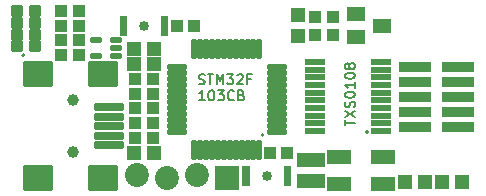
<source format=gbr>
%TF.GenerationSoftware,KiCad,Pcbnew,(6.0.7)*%
%TF.CreationDate,2022-08-30T17:51:16+02:00*%
%TF.ProjectId,blackmagic_richardeoin,626c6163-6b6d-4616-9769-635f72696368,rev?*%
%TF.SameCoordinates,Original*%
%TF.FileFunction,Soldermask,Top*%
%TF.FilePolarity,Negative*%
%FSLAX46Y46*%
G04 Gerber Fmt 4.6, Leading zero omitted, Abs format (unit mm)*
G04 Created by KiCad (PCBNEW (6.0.7)) date 2022-08-30 17:51:16*
%MOMM*%
%LPD*%
G01*
G04 APERTURE LIST*
G04 Aperture macros list*
%AMRoundRect*
0 Rectangle with rounded corners*
0 $1 Rounding radius*
0 $2 $3 $4 $5 $6 $7 $8 $9 X,Y pos of 4 corners*
0 Add a 4 corners polygon primitive as box body*
4,1,4,$2,$3,$4,$5,$6,$7,$8,$9,$2,$3,0*
0 Add four circle primitives for the rounded corners*
1,1,$1+$1,$2,$3*
1,1,$1+$1,$4,$5*
1,1,$1+$1,$6,$7*
1,1,$1+$1,$8,$9*
0 Add four rect primitives between the rounded corners*
20,1,$1+$1,$2,$3,$4,$5,0*
20,1,$1+$1,$4,$5,$6,$7,0*
20,1,$1+$1,$6,$7,$8,$9,0*
20,1,$1+$1,$8,$9,$2,$3,0*%
G04 Aperture macros list end*
%ADD10C,0.200000*%
%ADD11C,0.150000*%
%ADD12C,0.850000*%
%ADD13C,1.000000*%
%ADD14RoundRect,0.075000X1.154000X-0.250000X1.154000X0.250000X-1.154000X0.250000X-1.154000X-0.250000X0*%
%ADD15RoundRect,0.075000X-1.200000X1.000000X-1.200000X-1.000000X1.200000X-1.000000X1.200000X1.000000X0*%
%ADD16RoundRect,0.075000X0.800000X-0.175000X0.800000X0.175000X-0.800000X0.175000X-0.800000X-0.175000X0*%
%ADD17RoundRect,0.075000X-0.800000X0.175000X-0.800000X-0.175000X0.800000X-0.175000X0.800000X0.175000X0*%
%ADD18RoundRect,0.075000X0.400000X-0.400000X0.400000X0.400000X-0.400000X0.400000X-0.400000X-0.400000X0*%
%ADD19RoundRect,0.075000X0.450000X0.450000X-0.450000X0.450000X-0.450000X-0.450000X0.450000X-0.450000X0*%
%ADD20RoundRect,0.075000X-0.450000X-0.450000X0.450000X-0.450000X0.450000X0.450000X-0.450000X0.450000X0*%
%ADD21RoundRect,0.075000X-0.450000X0.450000X-0.450000X-0.450000X0.450000X-0.450000X0.450000X0.450000X0*%
%ADD22RoundRect,0.075000X1.300000X-0.325000X1.300000X0.325000X-1.300000X0.325000X-1.300000X-0.325000X0*%
%ADD23RoundRect,0.075000X-0.540000X0.525000X-0.540000X-0.525000X0.540000X-0.525000X0.540000X0.525000X0*%
%ADD24RoundRect,0.075000X0.950000X0.550000X-0.950000X0.550000X-0.950000X-0.550000X0.950000X-0.550000X0*%
%ADD25RoundRect,0.075000X0.525000X0.540000X-0.525000X0.540000X-0.525000X-0.540000X0.525000X-0.540000X0*%
%ADD26RoundRect,0.075000X-0.939800X0.939800X-0.939800X-0.939800X0.939800X-0.939800X0.939800X0.939800X0*%
%ADD27C,2.029600*%
%ADD28RoundRect,0.075000X-0.700000X0.500000X-0.700000X-0.500000X0.700000X-0.500000X0.700000X0.500000X0*%
%ADD29RoundRect,0.075000X0.400000X-0.175000X0.400000X0.175000X-0.400000X0.175000X-0.400000X-0.175000X0*%
%ADD30RoundRect,0.075000X0.450000X-0.450000X0.450000X0.450000X-0.450000X0.450000X-0.450000X-0.450000X0*%
%ADD31RoundRect,0.075000X-0.525000X-0.540000X0.525000X-0.540000X0.525000X0.540000X-0.525000X0.540000X0*%
%ADD32RoundRect,0.075000X0.750000X-0.150000X0.750000X0.150000X-0.750000X0.150000X-0.750000X-0.150000X0*%
%ADD33RoundRect,0.075000X0.150000X-0.750000X0.150000X0.750000X-0.150000X0.750000X-0.150000X-0.750000X0*%
G04 APERTURE END LIST*
D10*
X178976100Y-100003600D02*
G75*
G03*
X178976100Y-100003600I-100000J0D01*
G01*
X149851100Y-93503600D02*
G75*
G03*
X149851100Y-93503600I-100000J0D01*
G01*
X170101100Y-100253600D02*
G75*
G03*
X170101100Y-100253600I-100000J0D01*
G01*
D11*
X176985623Y-99450147D02*
X176985623Y-98964433D01*
X177835623Y-99207290D02*
X176985623Y-99207290D01*
X176985623Y-98762052D02*
X177835623Y-98195385D01*
X176985623Y-98195385D02*
X177835623Y-98762052D01*
X177795147Y-97912052D02*
X177835623Y-97790623D01*
X177835623Y-97588242D01*
X177795147Y-97507290D01*
X177754671Y-97466814D01*
X177673719Y-97426338D01*
X177592766Y-97426338D01*
X177511814Y-97466814D01*
X177471338Y-97507290D01*
X177430861Y-97588242D01*
X177390385Y-97750147D01*
X177349909Y-97831100D01*
X177309433Y-97871576D01*
X177228480Y-97912052D01*
X177147528Y-97912052D01*
X177066576Y-97871576D01*
X177026100Y-97831100D01*
X176985623Y-97750147D01*
X176985623Y-97547766D01*
X177026100Y-97426338D01*
X176985623Y-96900147D02*
X176985623Y-96819195D01*
X177026100Y-96738242D01*
X177066576Y-96697766D01*
X177147528Y-96657290D01*
X177309433Y-96616814D01*
X177511814Y-96616814D01*
X177673719Y-96657290D01*
X177754671Y-96697766D01*
X177795147Y-96738242D01*
X177835623Y-96819195D01*
X177835623Y-96900147D01*
X177795147Y-96981100D01*
X177754671Y-97021576D01*
X177673719Y-97062052D01*
X177511814Y-97102528D01*
X177309433Y-97102528D01*
X177147528Y-97062052D01*
X177066576Y-97021576D01*
X177026100Y-96981100D01*
X176985623Y-96900147D01*
X177835623Y-95807290D02*
X177835623Y-96293004D01*
X177835623Y-96050147D02*
X176985623Y-96050147D01*
X177107052Y-96131100D01*
X177188004Y-96212052D01*
X177228480Y-96293004D01*
X176985623Y-95281100D02*
X176985623Y-95200147D01*
X177026100Y-95119195D01*
X177066576Y-95078719D01*
X177147528Y-95038242D01*
X177309433Y-94997766D01*
X177511814Y-94997766D01*
X177673719Y-95038242D01*
X177754671Y-95078719D01*
X177795147Y-95119195D01*
X177835623Y-95200147D01*
X177835623Y-95281100D01*
X177795147Y-95362052D01*
X177754671Y-95402528D01*
X177673719Y-95443004D01*
X177511814Y-95483480D01*
X177309433Y-95483480D01*
X177147528Y-95443004D01*
X177066576Y-95402528D01*
X177026100Y-95362052D01*
X176985623Y-95281100D01*
X177349909Y-94512052D02*
X177309433Y-94593004D01*
X177268957Y-94633480D01*
X177188004Y-94673957D01*
X177147528Y-94673957D01*
X177066576Y-94633480D01*
X177026100Y-94593004D01*
X176985623Y-94512052D01*
X176985623Y-94350147D01*
X177026100Y-94269195D01*
X177066576Y-94228719D01*
X177147528Y-94188242D01*
X177188004Y-94188242D01*
X177268957Y-94228719D01*
X177309433Y-94269195D01*
X177349909Y-94350147D01*
X177349909Y-94512052D01*
X177390385Y-94593004D01*
X177430861Y-94633480D01*
X177511814Y-94673957D01*
X177673719Y-94673957D01*
X177754671Y-94633480D01*
X177795147Y-94593004D01*
X177835623Y-94512052D01*
X177835623Y-94350147D01*
X177795147Y-94269195D01*
X177754671Y-94228719D01*
X177673719Y-94188242D01*
X177511814Y-94188242D01*
X177430861Y-94228719D01*
X177390385Y-94269195D01*
X177349909Y-94350147D01*
X164635504Y-95929147D02*
X164756933Y-95969623D01*
X164959314Y-95969623D01*
X165040266Y-95929147D01*
X165080742Y-95888671D01*
X165121219Y-95807719D01*
X165121219Y-95726766D01*
X165080742Y-95645814D01*
X165040266Y-95605338D01*
X164959314Y-95564861D01*
X164797409Y-95524385D01*
X164716457Y-95483909D01*
X164675980Y-95443433D01*
X164635504Y-95362480D01*
X164635504Y-95281528D01*
X164675980Y-95200576D01*
X164716457Y-95160100D01*
X164797409Y-95119623D01*
X164999790Y-95119623D01*
X165121219Y-95160100D01*
X165364076Y-95119623D02*
X165849790Y-95119623D01*
X165606933Y-95969623D02*
X165606933Y-95119623D01*
X166133123Y-95969623D02*
X166133123Y-95119623D01*
X166416457Y-95726766D01*
X166699790Y-95119623D01*
X166699790Y-95969623D01*
X167023600Y-95119623D02*
X167549790Y-95119623D01*
X167266457Y-95443433D01*
X167387885Y-95443433D01*
X167468838Y-95483909D01*
X167509314Y-95524385D01*
X167549790Y-95605338D01*
X167549790Y-95807719D01*
X167509314Y-95888671D01*
X167468838Y-95929147D01*
X167387885Y-95969623D01*
X167145028Y-95969623D01*
X167064076Y-95929147D01*
X167023600Y-95888671D01*
X167873600Y-95200576D02*
X167914076Y-95160100D01*
X167995028Y-95119623D01*
X168197409Y-95119623D01*
X168278361Y-95160100D01*
X168318838Y-95200576D01*
X168359314Y-95281528D01*
X168359314Y-95362480D01*
X168318838Y-95483909D01*
X167833123Y-95969623D01*
X168359314Y-95969623D01*
X169006933Y-95524385D02*
X168723600Y-95524385D01*
X168723600Y-95969623D02*
X168723600Y-95119623D01*
X169128361Y-95119623D01*
X165121219Y-97338123D02*
X164635504Y-97338123D01*
X164878361Y-97338123D02*
X164878361Y-96488123D01*
X164797409Y-96609552D01*
X164716457Y-96690504D01*
X164635504Y-96730980D01*
X165647409Y-96488123D02*
X165728361Y-96488123D01*
X165809314Y-96528600D01*
X165849790Y-96569076D01*
X165890266Y-96650028D01*
X165930742Y-96811933D01*
X165930742Y-97014314D01*
X165890266Y-97176219D01*
X165849790Y-97257171D01*
X165809314Y-97297647D01*
X165728361Y-97338123D01*
X165647409Y-97338123D01*
X165566457Y-97297647D01*
X165525980Y-97257171D01*
X165485504Y-97176219D01*
X165445028Y-97014314D01*
X165445028Y-96811933D01*
X165485504Y-96650028D01*
X165525980Y-96569076D01*
X165566457Y-96528600D01*
X165647409Y-96488123D01*
X166214076Y-96488123D02*
X166740266Y-96488123D01*
X166456933Y-96811933D01*
X166578361Y-96811933D01*
X166659314Y-96852409D01*
X166699790Y-96892885D01*
X166740266Y-96973838D01*
X166740266Y-97176219D01*
X166699790Y-97257171D01*
X166659314Y-97297647D01*
X166578361Y-97338123D01*
X166335504Y-97338123D01*
X166254552Y-97297647D01*
X166214076Y-97257171D01*
X167590266Y-97257171D02*
X167549790Y-97297647D01*
X167428361Y-97338123D01*
X167347409Y-97338123D01*
X167225980Y-97297647D01*
X167145028Y-97216695D01*
X167104552Y-97135742D01*
X167064076Y-96973838D01*
X167064076Y-96852409D01*
X167104552Y-96690504D01*
X167145028Y-96609552D01*
X167225980Y-96528600D01*
X167347409Y-96488123D01*
X167428361Y-96488123D01*
X167549790Y-96528600D01*
X167590266Y-96569076D01*
X168237885Y-96892885D02*
X168359314Y-96933361D01*
X168399790Y-96973838D01*
X168440266Y-97054790D01*
X168440266Y-97176219D01*
X168399790Y-97257171D01*
X168359314Y-97297647D01*
X168278361Y-97338123D01*
X167954552Y-97338123D01*
X167954552Y-96488123D01*
X168237885Y-96488123D01*
X168318838Y-96528600D01*
X168359314Y-96569076D01*
X168399790Y-96650028D01*
X168399790Y-96730980D01*
X168359314Y-96811933D01*
X168318838Y-96852409D01*
X168237885Y-96892885D01*
X167954552Y-96892885D01*
%TO.C,BTN2*%
G36*
X168926100Y-104603600D02*
G01*
X168326100Y-104603600D01*
X168326100Y-102903600D01*
X168926100Y-102903600D01*
X168926100Y-104603600D01*
G37*
G36*
X172426100Y-104603600D02*
G01*
X171826100Y-104603600D01*
X171826100Y-102903600D01*
X172426100Y-102903600D01*
X172426100Y-104603600D01*
G37*
%TO.C,BTN1*%
G36*
X158551100Y-91853600D02*
G01*
X157951100Y-91853600D01*
X157951100Y-90153600D01*
X158551100Y-90153600D01*
X158551100Y-91853600D01*
G37*
G36*
X162051100Y-91853600D02*
G01*
X161451100Y-91853600D01*
X161451100Y-90153600D01*
X162051100Y-90153600D01*
X162051100Y-91853600D01*
G37*
%TD*%
D12*
%TO.C,BTN2*%
X170376100Y-103753600D03*
%TD*%
D13*
%TO.C,CN1*%
X154001100Y-101703600D03*
X154001100Y-97303600D03*
D14*
X157065100Y-99503600D03*
X157065100Y-98703600D03*
X157065100Y-101103600D03*
D15*
X151001100Y-95103600D03*
X156501100Y-95103600D03*
X156501100Y-103903600D03*
X151001100Y-103903600D03*
D14*
X157065100Y-100303600D03*
X157065100Y-97903600D03*
%TD*%
D16*
%TO.C,IC2*%
X180051100Y-99928600D03*
X180051100Y-99278600D03*
X180051100Y-98628600D03*
X180051100Y-97978600D03*
X180051100Y-97328600D03*
X180051100Y-96678600D03*
X180051100Y-96028600D03*
X180051100Y-95378600D03*
X180051100Y-94728600D03*
X180051100Y-94078600D03*
D17*
X174451100Y-94078600D03*
X174451100Y-94728600D03*
X174451100Y-95378600D03*
X174451100Y-96028600D03*
X174451100Y-96678600D03*
X174451100Y-97328600D03*
X174451100Y-97978600D03*
X174451100Y-98628600D03*
X174451100Y-99278600D03*
X174451100Y-99928600D03*
%TD*%
D18*
%TO.C,D2*%
X150751100Y-91753600D03*
X149251100Y-91753600D03*
%TD*%
D19*
%TO.C,R10*%
X154501100Y-92253600D03*
X153001100Y-92253600D03*
%TD*%
%TO.C,R7*%
X160751100Y-96753600D03*
X159251100Y-96753600D03*
%TD*%
D20*
%TO.C,R5*%
X162751100Y-91003600D03*
X164251100Y-91003600D03*
%TD*%
D21*
%TO.C,R8*%
X176001100Y-90253600D03*
X176001100Y-91753600D03*
%TD*%
D19*
%TO.C,R1*%
X160751100Y-100503600D03*
X159251100Y-100503600D03*
%TD*%
D22*
%TO.C,JTAG1*%
X186601100Y-99543600D03*
X182901100Y-99543600D03*
X186601100Y-98273600D03*
X182901100Y-98273600D03*
X186601100Y-97003600D03*
X182901100Y-97003600D03*
X186601100Y-95733600D03*
X182901100Y-95733600D03*
X186601100Y-94463600D03*
X182901100Y-94463600D03*
%TD*%
D19*
%TO.C,R2*%
X160751100Y-99253600D03*
X159251100Y-99253600D03*
%TD*%
%TO.C,R12*%
X154501100Y-89753600D03*
X153001100Y-89753600D03*
%TD*%
D23*
%TO.C,C7*%
X174751100Y-102378600D03*
X174751100Y-104128600D03*
%TD*%
D18*
%TO.C,D3*%
X150751100Y-90753600D03*
X149251100Y-90753600D03*
%TD*%
D24*
%TO.C,Y1*%
X180226100Y-102103600D03*
X176526100Y-102103600D03*
X176526100Y-104403600D03*
X180226100Y-104403600D03*
%TD*%
D25*
%TO.C,C2*%
X160876100Y-93003600D03*
X159126100Y-93003600D03*
%TD*%
D12*
%TO.C,BTN1*%
X160001100Y-91003600D03*
%TD*%
D19*
%TO.C,R11*%
X154501100Y-91003600D03*
X153001100Y-91003600D03*
%TD*%
D26*
%TO.C,JP1*%
X167001100Y-103880600D03*
D27*
X164461100Y-103626600D03*
X161921100Y-103880600D03*
X159381100Y-103626600D03*
%TD*%
D28*
%TO.C,Q1*%
X177901100Y-90053600D03*
X177901100Y-91953600D03*
X180101100Y-91003600D03*
%TD*%
D29*
%TO.C,IC3*%
X157601100Y-93528600D03*
X157601100Y-92878600D03*
X157601100Y-92228600D03*
X155901100Y-92228600D03*
X155901100Y-93528600D03*
%TD*%
D30*
%TO.C,R6*%
X174501100Y-91753600D03*
X174501100Y-90253600D03*
%TD*%
D25*
%TO.C,C5*%
X160876100Y-101753600D03*
X159126100Y-101753600D03*
%TD*%
D31*
%TO.C,C1*%
X159126100Y-94253600D03*
X160876100Y-94253600D03*
%TD*%
D25*
%TO.C,C4*%
X185200000Y-104200000D03*
X186950000Y-104200000D03*
%TD*%
D19*
%TO.C,R13*%
X172126100Y-101753600D03*
X170626100Y-101753600D03*
%TD*%
D18*
%TO.C,D1*%
X150751100Y-92753600D03*
X149251100Y-92753600D03*
%TD*%
D23*
%TO.C,C3*%
X173501100Y-102378600D03*
X173501100Y-104128600D03*
%TD*%
D20*
%TO.C,R4*%
X159251100Y-95503600D03*
X160751100Y-95503600D03*
%TD*%
D19*
%TO.C,R3*%
X160751100Y-98003600D03*
X159251100Y-98003600D03*
%TD*%
D32*
%TO.C,IC1*%
X171251100Y-100003600D03*
X171251100Y-99503600D03*
X171251100Y-99003600D03*
X171251100Y-98503600D03*
X171251100Y-98003600D03*
X171251100Y-97503600D03*
X171251100Y-97003600D03*
X171251100Y-96503600D03*
X171251100Y-96003600D03*
X171251100Y-95503600D03*
X171251100Y-95003600D03*
X171251100Y-94503600D03*
D33*
X169751100Y-93003600D03*
X169251100Y-93003600D03*
X168751100Y-93003600D03*
X168251100Y-93003600D03*
X167751100Y-93003600D03*
X167251100Y-93003600D03*
X166751100Y-93003600D03*
X166251100Y-93003600D03*
X165751100Y-93003600D03*
X165251100Y-93003600D03*
X164751100Y-93003600D03*
X164251100Y-93003600D03*
D32*
X162751100Y-94503600D03*
X162751100Y-95003600D03*
X162751100Y-95503600D03*
X162751100Y-96003600D03*
X162751100Y-96503600D03*
X162751100Y-97003600D03*
X162751100Y-97503600D03*
X162751100Y-98003600D03*
X162751100Y-98503600D03*
X162751100Y-99003600D03*
X162751100Y-99503600D03*
X162751100Y-100003600D03*
D33*
X164251100Y-101503600D03*
X164751100Y-101503600D03*
X165251100Y-101503600D03*
X165751100Y-101503600D03*
X166251100Y-101503600D03*
X166751100Y-101503600D03*
X167251100Y-101503600D03*
X167751100Y-101503600D03*
X168251100Y-101503600D03*
X168751100Y-101503600D03*
X169251100Y-101503600D03*
X169751100Y-101503600D03*
%TD*%
D25*
%TO.C,C8*%
X182050000Y-104200000D03*
X183800000Y-104200000D03*
%TD*%
D23*
%TO.C,C6*%
X173001100Y-90128600D03*
X173001100Y-91878600D03*
%TD*%
D19*
%TO.C,R9*%
X154501100Y-93503600D03*
X153001100Y-93503600D03*
%TD*%
D18*
%TO.C,D4*%
X150751100Y-89753600D03*
X149251100Y-89753600D03*
%TD*%
M02*

</source>
